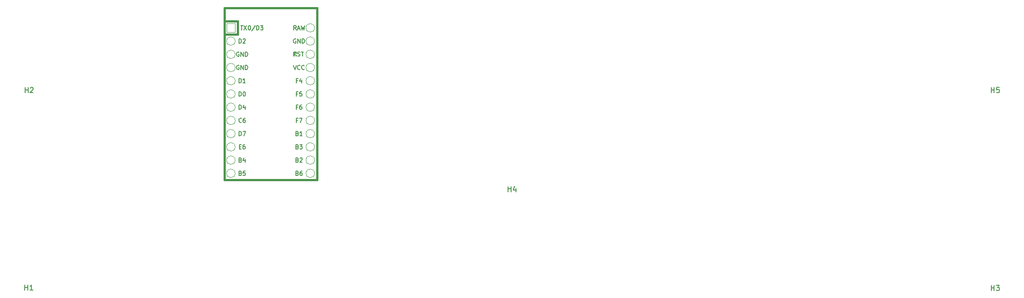
<source format=gbr>
G04 #@! TF.GenerationSoftware,KiCad,Pcbnew,5.1.9*
G04 #@! TF.CreationDate,2021-03-19T21:55:44-07:00*
G04 #@! TF.ProjectId,choc-40,63686f63-2d34-4302-9e6b-696361645f70,rev?*
G04 #@! TF.SameCoordinates,Original*
G04 #@! TF.FileFunction,Legend,Top*
G04 #@! TF.FilePolarity,Positive*
%FSLAX46Y46*%
G04 Gerber Fmt 4.6, Leading zero omitted, Abs format (unit mm)*
G04 Created by KiCad (PCBNEW 5.1.9) date 2021-03-19 21:55:44*
%MOMM*%
%LPD*%
G01*
G04 APERTURE LIST*
%ADD10C,0.381000*%
%ADD11C,0.150000*%
%ADD12C,0.100000*%
G04 APERTURE END LIST*
D10*
X102635500Y-59242000D02*
X100095500Y-59242000D01*
X100095500Y-56702000D02*
X100095500Y-59242000D01*
X117875500Y-56702000D02*
X100095500Y-56702000D01*
X117875500Y-59242000D02*
X117875500Y-56702000D01*
D11*
G36*
X113917068Y-65721360D02*
G01*
X113917068Y-65921360D01*
X113817068Y-65921360D01*
X113817068Y-65721360D01*
X113917068Y-65721360D01*
G37*
X113917068Y-65721360D02*
X113917068Y-65921360D01*
X113817068Y-65921360D01*
X113817068Y-65721360D01*
X113917068Y-65721360D01*
G36*
X113517068Y-65121360D02*
G01*
X113517068Y-65921360D01*
X113417068Y-65921360D01*
X113417068Y-65121360D01*
X113517068Y-65121360D01*
G37*
X113517068Y-65121360D02*
X113517068Y-65921360D01*
X113417068Y-65921360D01*
X113417068Y-65121360D01*
X113517068Y-65121360D01*
G36*
X113917068Y-65121360D02*
G01*
X113917068Y-65221360D01*
X113417068Y-65221360D01*
X113417068Y-65121360D01*
X113917068Y-65121360D01*
G37*
X113917068Y-65121360D02*
X113917068Y-65221360D01*
X113417068Y-65221360D01*
X113417068Y-65121360D01*
X113917068Y-65121360D01*
G36*
X113717068Y-65521360D02*
G01*
X113717068Y-65621360D01*
X113617068Y-65621360D01*
X113617068Y-65521360D01*
X113717068Y-65521360D01*
G37*
X113717068Y-65521360D02*
X113717068Y-65621360D01*
X113617068Y-65621360D01*
X113617068Y-65521360D01*
X113717068Y-65521360D01*
G36*
X113917068Y-65121360D02*
G01*
X113917068Y-65421360D01*
X113817068Y-65421360D01*
X113817068Y-65121360D01*
X113917068Y-65121360D01*
G37*
X113917068Y-65121360D02*
X113917068Y-65421360D01*
X113817068Y-65421360D01*
X113817068Y-65121360D01*
X113917068Y-65121360D01*
D10*
X102635500Y-61782000D02*
X100095500Y-61782000D01*
X102635500Y-59242000D02*
X102635500Y-61782000D01*
X117875500Y-89722000D02*
X117875500Y-59242000D01*
X100095500Y-89722000D02*
X117875500Y-89722000D01*
X100095500Y-59242000D02*
X100095500Y-89722000D01*
D12*
X117431800Y-60512000D02*
G75*
G03*
X117431800Y-60512000I-826300J0D01*
G01*
X102191800Y-88452000D02*
G75*
G03*
X102191800Y-88452000I-826300J0D01*
G01*
X117431800Y-63052000D02*
G75*
G03*
X117431800Y-63052000I-826300J0D01*
G01*
X117431800Y-65592000D02*
G75*
G03*
X117431800Y-65592000I-826300J0D01*
G01*
X117431800Y-68132000D02*
G75*
G03*
X117431800Y-68132000I-826300J0D01*
G01*
X117431800Y-70672000D02*
G75*
G03*
X117431800Y-70672000I-826300J0D01*
G01*
X117431800Y-73212000D02*
G75*
G03*
X117431800Y-73212000I-826300J0D01*
G01*
X117431800Y-75752000D02*
G75*
G03*
X117431800Y-75752000I-826300J0D01*
G01*
X117431800Y-78292000D02*
G75*
G03*
X117431800Y-78292000I-826300J0D01*
G01*
X117431800Y-80832000D02*
G75*
G03*
X117431800Y-80832000I-826300J0D01*
G01*
X117431800Y-83372000D02*
G75*
G03*
X117431800Y-83372000I-826300J0D01*
G01*
X117431800Y-85912000D02*
G75*
G03*
X117431800Y-85912000I-826300J0D01*
G01*
X117431800Y-88452000D02*
G75*
G03*
X117431800Y-88452000I-826300J0D01*
G01*
X102191800Y-85912000D02*
G75*
G03*
X102191800Y-85912000I-826300J0D01*
G01*
X102191800Y-83372000D02*
G75*
G03*
X102191800Y-83372000I-826300J0D01*
G01*
X102191800Y-80832000D02*
G75*
G03*
X102191800Y-80832000I-826300J0D01*
G01*
X102191800Y-78292000D02*
G75*
G03*
X102191800Y-78292000I-826300J0D01*
G01*
X102191800Y-75752000D02*
G75*
G03*
X102191800Y-75752000I-826300J0D01*
G01*
X102191800Y-73212000D02*
G75*
G03*
X102191800Y-73212000I-826300J0D01*
G01*
X102191800Y-70672000D02*
G75*
G03*
X102191800Y-70672000I-826300J0D01*
G01*
X102191800Y-68132000D02*
G75*
G03*
X102191800Y-68132000I-826300J0D01*
G01*
X102191800Y-65592000D02*
G75*
G03*
X102191800Y-65592000I-826300J0D01*
G01*
X102191800Y-63052000D02*
G75*
G03*
X102191800Y-63052000I-826300J0D01*
G01*
X100539200Y-59685700D02*
X100539200Y-61338300D01*
X102191800Y-61338300D01*
X102191800Y-59685700D01*
X100539200Y-59685700D01*
D11*
X247344095Y-72954380D02*
X247344095Y-71954380D01*
X247344095Y-72430571D02*
X247915523Y-72430571D01*
X247915523Y-72954380D02*
X247915523Y-71954380D01*
X248867904Y-71954380D02*
X248391714Y-71954380D01*
X248344095Y-72430571D01*
X248391714Y-72382952D01*
X248486952Y-72335333D01*
X248725047Y-72335333D01*
X248820285Y-72382952D01*
X248867904Y-72430571D01*
X248915523Y-72525809D01*
X248915523Y-72763904D01*
X248867904Y-72859142D01*
X248820285Y-72906761D01*
X248725047Y-72954380D01*
X248486952Y-72954380D01*
X248391714Y-72906761D01*
X248344095Y-72859142D01*
X154594095Y-91954380D02*
X154594095Y-90954380D01*
X154594095Y-91430571D02*
X155165523Y-91430571D01*
X155165523Y-91954380D02*
X155165523Y-90954380D01*
X156070285Y-91287714D02*
X156070285Y-91954380D01*
X155832190Y-90906761D02*
X155594095Y-91621047D01*
X156213142Y-91621047D01*
X247344095Y-110954380D02*
X247344095Y-109954380D01*
X247344095Y-110430571D02*
X247915523Y-110430571D01*
X247915523Y-110954380D02*
X247915523Y-109954380D01*
X248296476Y-109954380D02*
X248915523Y-109954380D01*
X248582190Y-110335333D01*
X248725047Y-110335333D01*
X248820285Y-110382952D01*
X248867904Y-110430571D01*
X248915523Y-110525809D01*
X248915523Y-110763904D01*
X248867904Y-110859142D01*
X248820285Y-110906761D01*
X248725047Y-110954380D01*
X248439333Y-110954380D01*
X248344095Y-110906761D01*
X248296476Y-110859142D01*
X61844095Y-72954380D02*
X61844095Y-71954380D01*
X61844095Y-72430571D02*
X62415523Y-72430571D01*
X62415523Y-72954380D02*
X62415523Y-71954380D01*
X62844095Y-72049619D02*
X62891714Y-72002000D01*
X62986952Y-71954380D01*
X63225047Y-71954380D01*
X63320285Y-72002000D01*
X63367904Y-72049619D01*
X63415523Y-72144857D01*
X63415523Y-72240095D01*
X63367904Y-72382952D01*
X62796476Y-72954380D01*
X63415523Y-72954380D01*
X61794095Y-110854380D02*
X61794095Y-109854380D01*
X61794095Y-110330571D02*
X62365523Y-110330571D01*
X62365523Y-110854380D02*
X62365523Y-109854380D01*
X63365523Y-110854380D02*
X62794095Y-110854380D01*
X63079809Y-110854380D02*
X63079809Y-109854380D01*
X62984571Y-109997238D01*
X62889333Y-110092476D01*
X62794095Y-110140095D01*
X103223151Y-60073904D02*
X103680294Y-60073904D01*
X103451723Y-60873904D02*
X103451723Y-60073904D01*
X103870770Y-60073904D02*
X104404104Y-60873904D01*
X104404104Y-60073904D02*
X103870770Y-60873904D01*
X104861247Y-60073904D02*
X104937437Y-60073904D01*
X105013628Y-60112000D01*
X105051723Y-60150095D01*
X105089818Y-60226285D01*
X105127913Y-60378666D01*
X105127913Y-60569142D01*
X105089818Y-60721523D01*
X105051723Y-60797714D01*
X105013628Y-60835809D01*
X104937437Y-60873904D01*
X104861247Y-60873904D01*
X104785056Y-60835809D01*
X104746961Y-60797714D01*
X104708866Y-60721523D01*
X104670770Y-60569142D01*
X104670770Y-60378666D01*
X104708866Y-60226285D01*
X104746961Y-60150095D01*
X104785056Y-60112000D01*
X104861247Y-60073904D01*
X106042199Y-60035809D02*
X105356485Y-61064380D01*
X106308866Y-60873904D02*
X106308866Y-60073904D01*
X106499342Y-60073904D01*
X106613628Y-60112000D01*
X106689818Y-60188190D01*
X106727913Y-60264380D01*
X106766008Y-60416761D01*
X106766008Y-60531047D01*
X106727913Y-60683428D01*
X106689818Y-60759619D01*
X106613628Y-60835809D01*
X106499342Y-60873904D01*
X106308866Y-60873904D01*
X107032675Y-60073904D02*
X107527913Y-60073904D01*
X107261247Y-60378666D01*
X107375532Y-60378666D01*
X107451723Y-60416761D01*
X107489818Y-60454857D01*
X107527913Y-60531047D01*
X107527913Y-60721523D01*
X107489818Y-60797714D01*
X107451723Y-60835809D01*
X107375532Y-60873904D01*
X107146961Y-60873904D01*
X107070770Y-60835809D01*
X107032675Y-60797714D01*
X102934023Y-63413904D02*
X102934023Y-62613904D01*
X103124500Y-62613904D01*
X103238785Y-62652000D01*
X103314976Y-62728190D01*
X103353071Y-62804380D01*
X103391166Y-62956761D01*
X103391166Y-63071047D01*
X103353071Y-63223428D01*
X103314976Y-63299619D01*
X103238785Y-63375809D01*
X103124500Y-63413904D01*
X102934023Y-63413904D01*
X103695928Y-62690095D02*
X103734023Y-62652000D01*
X103810214Y-62613904D01*
X104000690Y-62613904D01*
X104076880Y-62652000D01*
X104114976Y-62690095D01*
X104153071Y-62766285D01*
X104153071Y-62842476D01*
X104114976Y-62956761D01*
X103657833Y-63413904D01*
X104153071Y-63413904D01*
X102934023Y-73573904D02*
X102934023Y-72773904D01*
X103124500Y-72773904D01*
X103238785Y-72812000D01*
X103314976Y-72888190D01*
X103353071Y-72964380D01*
X103391166Y-73116761D01*
X103391166Y-73231047D01*
X103353071Y-73383428D01*
X103314976Y-73459619D01*
X103238785Y-73535809D01*
X103124500Y-73573904D01*
X102934023Y-73573904D01*
X103886404Y-72773904D02*
X103962595Y-72773904D01*
X104038785Y-72812000D01*
X104076880Y-72850095D01*
X104114976Y-72926285D01*
X104153071Y-73078666D01*
X104153071Y-73269142D01*
X104114976Y-73421523D01*
X104076880Y-73497714D01*
X104038785Y-73535809D01*
X103962595Y-73573904D01*
X103886404Y-73573904D01*
X103810214Y-73535809D01*
X103772119Y-73497714D01*
X103734023Y-73421523D01*
X103695928Y-73269142D01*
X103695928Y-73078666D01*
X103734023Y-72926285D01*
X103772119Y-72850095D01*
X103810214Y-72812000D01*
X103886404Y-72773904D01*
X102934023Y-71033904D02*
X102934023Y-70233904D01*
X103124500Y-70233904D01*
X103238785Y-70272000D01*
X103314976Y-70348190D01*
X103353071Y-70424380D01*
X103391166Y-70576761D01*
X103391166Y-70691047D01*
X103353071Y-70843428D01*
X103314976Y-70919619D01*
X103238785Y-70995809D01*
X103124500Y-71033904D01*
X102934023Y-71033904D01*
X104153071Y-71033904D02*
X103695928Y-71033904D01*
X103924500Y-71033904D02*
X103924500Y-70233904D01*
X103848309Y-70348190D01*
X103772119Y-70424380D01*
X103695928Y-70462476D01*
X102914976Y-67732000D02*
X102838785Y-67693904D01*
X102724500Y-67693904D01*
X102610214Y-67732000D01*
X102534023Y-67808190D01*
X102495928Y-67884380D01*
X102457833Y-68036761D01*
X102457833Y-68151047D01*
X102495928Y-68303428D01*
X102534023Y-68379619D01*
X102610214Y-68455809D01*
X102724500Y-68493904D01*
X102800690Y-68493904D01*
X102914976Y-68455809D01*
X102953071Y-68417714D01*
X102953071Y-68151047D01*
X102800690Y-68151047D01*
X103295928Y-68493904D02*
X103295928Y-67693904D01*
X103753071Y-68493904D01*
X103753071Y-67693904D01*
X104134023Y-68493904D02*
X104134023Y-67693904D01*
X104324500Y-67693904D01*
X104438785Y-67732000D01*
X104514976Y-67808190D01*
X104553071Y-67884380D01*
X104591166Y-68036761D01*
X104591166Y-68151047D01*
X104553071Y-68303428D01*
X104514976Y-68379619D01*
X104438785Y-68455809D01*
X104324500Y-68493904D01*
X104134023Y-68493904D01*
X102914976Y-65192000D02*
X102838785Y-65153904D01*
X102724500Y-65153904D01*
X102610214Y-65192000D01*
X102534023Y-65268190D01*
X102495928Y-65344380D01*
X102457833Y-65496761D01*
X102457833Y-65611047D01*
X102495928Y-65763428D01*
X102534023Y-65839619D01*
X102610214Y-65915809D01*
X102724500Y-65953904D01*
X102800690Y-65953904D01*
X102914976Y-65915809D01*
X102953071Y-65877714D01*
X102953071Y-65611047D01*
X102800690Y-65611047D01*
X103295928Y-65953904D02*
X103295928Y-65153904D01*
X103753071Y-65953904D01*
X103753071Y-65153904D01*
X104134023Y-65953904D02*
X104134023Y-65153904D01*
X104324500Y-65153904D01*
X104438785Y-65192000D01*
X104514976Y-65268190D01*
X104553071Y-65344380D01*
X104591166Y-65496761D01*
X104591166Y-65611047D01*
X104553071Y-65763428D01*
X104514976Y-65839619D01*
X104438785Y-65915809D01*
X104324500Y-65953904D01*
X104134023Y-65953904D01*
X102934023Y-76113904D02*
X102934023Y-75313904D01*
X103124500Y-75313904D01*
X103238785Y-75352000D01*
X103314976Y-75428190D01*
X103353071Y-75504380D01*
X103391166Y-75656761D01*
X103391166Y-75771047D01*
X103353071Y-75923428D01*
X103314976Y-75999619D01*
X103238785Y-76075809D01*
X103124500Y-76113904D01*
X102934023Y-76113904D01*
X104076880Y-75580571D02*
X104076880Y-76113904D01*
X103886404Y-75275809D02*
X103695928Y-75847238D01*
X104191166Y-75847238D01*
X103391166Y-78577714D02*
X103353071Y-78615809D01*
X103238785Y-78653904D01*
X103162595Y-78653904D01*
X103048309Y-78615809D01*
X102972119Y-78539619D01*
X102934023Y-78463428D01*
X102895928Y-78311047D01*
X102895928Y-78196761D01*
X102934023Y-78044380D01*
X102972119Y-77968190D01*
X103048309Y-77892000D01*
X103162595Y-77853904D01*
X103238785Y-77853904D01*
X103353071Y-77892000D01*
X103391166Y-77930095D01*
X104076880Y-77853904D02*
X103924500Y-77853904D01*
X103848309Y-77892000D01*
X103810214Y-77930095D01*
X103734023Y-78044380D01*
X103695928Y-78196761D01*
X103695928Y-78501523D01*
X103734023Y-78577714D01*
X103772119Y-78615809D01*
X103848309Y-78653904D01*
X104000690Y-78653904D01*
X104076880Y-78615809D01*
X104114976Y-78577714D01*
X104153071Y-78501523D01*
X104153071Y-78311047D01*
X104114976Y-78234857D01*
X104076880Y-78196761D01*
X104000690Y-78158666D01*
X103848309Y-78158666D01*
X103772119Y-78196761D01*
X103734023Y-78234857D01*
X103695928Y-78311047D01*
X102934023Y-81193904D02*
X102934023Y-80393904D01*
X103124500Y-80393904D01*
X103238785Y-80432000D01*
X103314976Y-80508190D01*
X103353071Y-80584380D01*
X103391166Y-80736761D01*
X103391166Y-80851047D01*
X103353071Y-81003428D01*
X103314976Y-81079619D01*
X103238785Y-81155809D01*
X103124500Y-81193904D01*
X102934023Y-81193904D01*
X103657833Y-80393904D02*
X104191166Y-80393904D01*
X103848309Y-81193904D01*
X102972119Y-83314857D02*
X103238785Y-83314857D01*
X103353071Y-83733904D02*
X102972119Y-83733904D01*
X102972119Y-82933904D01*
X103353071Y-82933904D01*
X104038785Y-82933904D02*
X103886404Y-82933904D01*
X103810214Y-82972000D01*
X103772119Y-83010095D01*
X103695928Y-83124380D01*
X103657833Y-83276761D01*
X103657833Y-83581523D01*
X103695928Y-83657714D01*
X103734023Y-83695809D01*
X103810214Y-83733904D01*
X103962595Y-83733904D01*
X104038785Y-83695809D01*
X104076880Y-83657714D01*
X104114976Y-83581523D01*
X104114976Y-83391047D01*
X104076880Y-83314857D01*
X104038785Y-83276761D01*
X103962595Y-83238666D01*
X103810214Y-83238666D01*
X103734023Y-83276761D01*
X103695928Y-83314857D01*
X103657833Y-83391047D01*
X103200690Y-85854857D02*
X103314976Y-85892952D01*
X103353071Y-85931047D01*
X103391166Y-86007238D01*
X103391166Y-86121523D01*
X103353071Y-86197714D01*
X103314976Y-86235809D01*
X103238785Y-86273904D01*
X102934023Y-86273904D01*
X102934023Y-85473904D01*
X103200690Y-85473904D01*
X103276880Y-85512000D01*
X103314976Y-85550095D01*
X103353071Y-85626285D01*
X103353071Y-85702476D01*
X103314976Y-85778666D01*
X103276880Y-85816761D01*
X103200690Y-85854857D01*
X102934023Y-85854857D01*
X104076880Y-85740571D02*
X104076880Y-86273904D01*
X103886404Y-85435809D02*
X103695928Y-86007238D01*
X104191166Y-86007238D01*
X103200690Y-88394857D02*
X103314976Y-88432952D01*
X103353071Y-88471047D01*
X103391166Y-88547238D01*
X103391166Y-88661523D01*
X103353071Y-88737714D01*
X103314976Y-88775809D01*
X103238785Y-88813904D01*
X102934023Y-88813904D01*
X102934023Y-88013904D01*
X103200690Y-88013904D01*
X103276880Y-88052000D01*
X103314976Y-88090095D01*
X103353071Y-88166285D01*
X103353071Y-88242476D01*
X103314976Y-88318666D01*
X103276880Y-88356761D01*
X103200690Y-88394857D01*
X102934023Y-88394857D01*
X104114976Y-88013904D02*
X103734023Y-88013904D01*
X103695928Y-88394857D01*
X103734023Y-88356761D01*
X103810214Y-88318666D01*
X104000690Y-88318666D01*
X104076880Y-88356761D01*
X104114976Y-88394857D01*
X104153071Y-88471047D01*
X104153071Y-88661523D01*
X104114976Y-88737714D01*
X104076880Y-88775809D01*
X104000690Y-88813904D01*
X103810214Y-88813904D01*
X103734023Y-88775809D01*
X103695928Y-88737714D01*
X114122690Y-88394857D02*
X114236976Y-88432952D01*
X114275071Y-88471047D01*
X114313166Y-88547238D01*
X114313166Y-88661523D01*
X114275071Y-88737714D01*
X114236976Y-88775809D01*
X114160785Y-88813904D01*
X113856023Y-88813904D01*
X113856023Y-88013904D01*
X114122690Y-88013904D01*
X114198880Y-88052000D01*
X114236976Y-88090095D01*
X114275071Y-88166285D01*
X114275071Y-88242476D01*
X114236976Y-88318666D01*
X114198880Y-88356761D01*
X114122690Y-88394857D01*
X113856023Y-88394857D01*
X114998880Y-88013904D02*
X114846500Y-88013904D01*
X114770309Y-88052000D01*
X114732214Y-88090095D01*
X114656023Y-88204380D01*
X114617928Y-88356761D01*
X114617928Y-88661523D01*
X114656023Y-88737714D01*
X114694119Y-88775809D01*
X114770309Y-88813904D01*
X114922690Y-88813904D01*
X114998880Y-88775809D01*
X115036976Y-88737714D01*
X115075071Y-88661523D01*
X115075071Y-88471047D01*
X115036976Y-88394857D01*
X114998880Y-88356761D01*
X114922690Y-88318666D01*
X114770309Y-88318666D01*
X114694119Y-88356761D01*
X114656023Y-88394857D01*
X114617928Y-88471047D01*
X114122690Y-83314857D02*
X114236976Y-83352952D01*
X114275071Y-83391047D01*
X114313166Y-83467238D01*
X114313166Y-83581523D01*
X114275071Y-83657714D01*
X114236976Y-83695809D01*
X114160785Y-83733904D01*
X113856023Y-83733904D01*
X113856023Y-82933904D01*
X114122690Y-82933904D01*
X114198880Y-82972000D01*
X114236976Y-83010095D01*
X114275071Y-83086285D01*
X114275071Y-83162476D01*
X114236976Y-83238666D01*
X114198880Y-83276761D01*
X114122690Y-83314857D01*
X113856023Y-83314857D01*
X114579833Y-82933904D02*
X115075071Y-82933904D01*
X114808404Y-83238666D01*
X114922690Y-83238666D01*
X114998880Y-83276761D01*
X115036976Y-83314857D01*
X115075071Y-83391047D01*
X115075071Y-83581523D01*
X115036976Y-83657714D01*
X114998880Y-83695809D01*
X114922690Y-83733904D01*
X114694119Y-83733904D01*
X114617928Y-83695809D01*
X114579833Y-83657714D01*
X114122690Y-80774857D02*
X114236976Y-80812952D01*
X114275071Y-80851047D01*
X114313166Y-80927238D01*
X114313166Y-81041523D01*
X114275071Y-81117714D01*
X114236976Y-81155809D01*
X114160785Y-81193904D01*
X113856023Y-81193904D01*
X113856023Y-80393904D01*
X114122690Y-80393904D01*
X114198880Y-80432000D01*
X114236976Y-80470095D01*
X114275071Y-80546285D01*
X114275071Y-80622476D01*
X114236976Y-80698666D01*
X114198880Y-80736761D01*
X114122690Y-80774857D01*
X113856023Y-80774857D01*
X115075071Y-81193904D02*
X114617928Y-81193904D01*
X114846500Y-81193904D02*
X114846500Y-80393904D01*
X114770309Y-80508190D01*
X114694119Y-80584380D01*
X114617928Y-80622476D01*
X114179833Y-70614857D02*
X113913166Y-70614857D01*
X113913166Y-71033904D02*
X113913166Y-70233904D01*
X114294119Y-70233904D01*
X114941738Y-70500571D02*
X114941738Y-71033904D01*
X114751261Y-70195809D02*
X114560785Y-70767238D01*
X115056023Y-70767238D01*
X113379833Y-67693904D02*
X113646500Y-68493904D01*
X113913166Y-67693904D01*
X114636976Y-68417714D02*
X114598880Y-68455809D01*
X114484595Y-68493904D01*
X114408404Y-68493904D01*
X114294119Y-68455809D01*
X114217928Y-68379619D01*
X114179833Y-68303428D01*
X114141738Y-68151047D01*
X114141738Y-68036761D01*
X114179833Y-67884380D01*
X114217928Y-67808190D01*
X114294119Y-67732000D01*
X114408404Y-67693904D01*
X114484595Y-67693904D01*
X114598880Y-67732000D01*
X114636976Y-67770095D01*
X115436976Y-68417714D02*
X115398880Y-68455809D01*
X115284595Y-68493904D01*
X115208404Y-68493904D01*
X115094119Y-68455809D01*
X115017928Y-68379619D01*
X114979833Y-68303428D01*
X114941738Y-68151047D01*
X114941738Y-68036761D01*
X114979833Y-67884380D01*
X115017928Y-67808190D01*
X115094119Y-67732000D01*
X115208404Y-67693904D01*
X115284595Y-67693904D01*
X115398880Y-67732000D01*
X115436976Y-67770095D01*
X114185286Y-65885809D02*
X114299572Y-65923904D01*
X114490048Y-65923904D01*
X114566239Y-65885809D01*
X114604334Y-65847714D01*
X114642429Y-65771523D01*
X114642429Y-65695333D01*
X114604334Y-65619142D01*
X114566239Y-65581047D01*
X114490048Y-65542952D01*
X114337667Y-65504857D01*
X114261477Y-65466761D01*
X114223381Y-65428666D01*
X114185286Y-65352476D01*
X114185286Y-65276285D01*
X114223381Y-65200095D01*
X114261477Y-65162000D01*
X114337667Y-65123904D01*
X114528143Y-65123904D01*
X114642429Y-65162000D01*
X114871000Y-65123904D02*
X115328143Y-65123904D01*
X115099572Y-65923904D02*
X115099572Y-65123904D01*
X113836976Y-62652000D02*
X113760785Y-62613904D01*
X113646500Y-62613904D01*
X113532214Y-62652000D01*
X113456023Y-62728190D01*
X113417928Y-62804380D01*
X113379833Y-62956761D01*
X113379833Y-63071047D01*
X113417928Y-63223428D01*
X113456023Y-63299619D01*
X113532214Y-63375809D01*
X113646500Y-63413904D01*
X113722690Y-63413904D01*
X113836976Y-63375809D01*
X113875071Y-63337714D01*
X113875071Y-63071047D01*
X113722690Y-63071047D01*
X114217928Y-63413904D02*
X114217928Y-62613904D01*
X114675071Y-63413904D01*
X114675071Y-62613904D01*
X115056023Y-63413904D02*
X115056023Y-62613904D01*
X115246500Y-62613904D01*
X115360785Y-62652000D01*
X115436976Y-62728190D01*
X115475071Y-62804380D01*
X115513166Y-62956761D01*
X115513166Y-63071047D01*
X115475071Y-63223428D01*
X115436976Y-63299619D01*
X115360785Y-63375809D01*
X115246500Y-63413904D01*
X115056023Y-63413904D01*
X113894119Y-60873904D02*
X113627452Y-60492952D01*
X113436976Y-60873904D02*
X113436976Y-60073904D01*
X113741738Y-60073904D01*
X113817928Y-60112000D01*
X113856023Y-60150095D01*
X113894119Y-60226285D01*
X113894119Y-60340571D01*
X113856023Y-60416761D01*
X113817928Y-60454857D01*
X113741738Y-60492952D01*
X113436976Y-60492952D01*
X114198880Y-60645333D02*
X114579833Y-60645333D01*
X114122690Y-60873904D02*
X114389357Y-60073904D01*
X114656023Y-60873904D01*
X114846500Y-60073904D02*
X115036976Y-60873904D01*
X115189357Y-60302476D01*
X115341738Y-60873904D01*
X115532214Y-60073904D01*
X114179833Y-73154857D02*
X113913166Y-73154857D01*
X113913166Y-73573904D02*
X113913166Y-72773904D01*
X114294119Y-72773904D01*
X114979833Y-72773904D02*
X114598880Y-72773904D01*
X114560785Y-73154857D01*
X114598880Y-73116761D01*
X114675071Y-73078666D01*
X114865547Y-73078666D01*
X114941738Y-73116761D01*
X114979833Y-73154857D01*
X115017928Y-73231047D01*
X115017928Y-73421523D01*
X114979833Y-73497714D01*
X114941738Y-73535809D01*
X114865547Y-73573904D01*
X114675071Y-73573904D01*
X114598880Y-73535809D01*
X114560785Y-73497714D01*
X114179833Y-75694857D02*
X113913166Y-75694857D01*
X113913166Y-76113904D02*
X113913166Y-75313904D01*
X114294119Y-75313904D01*
X114941738Y-75313904D02*
X114789357Y-75313904D01*
X114713166Y-75352000D01*
X114675071Y-75390095D01*
X114598880Y-75504380D01*
X114560785Y-75656761D01*
X114560785Y-75961523D01*
X114598880Y-76037714D01*
X114636976Y-76075809D01*
X114713166Y-76113904D01*
X114865547Y-76113904D01*
X114941738Y-76075809D01*
X114979833Y-76037714D01*
X115017928Y-75961523D01*
X115017928Y-75771047D01*
X114979833Y-75694857D01*
X114941738Y-75656761D01*
X114865547Y-75618666D01*
X114713166Y-75618666D01*
X114636976Y-75656761D01*
X114598880Y-75694857D01*
X114560785Y-75771047D01*
X114179833Y-78234857D02*
X113913166Y-78234857D01*
X113913166Y-78653904D02*
X113913166Y-77853904D01*
X114294119Y-77853904D01*
X114522690Y-77853904D02*
X115056023Y-77853904D01*
X114713166Y-78653904D01*
X114122690Y-85854857D02*
X114236976Y-85892952D01*
X114275071Y-85931047D01*
X114313166Y-86007238D01*
X114313166Y-86121523D01*
X114275071Y-86197714D01*
X114236976Y-86235809D01*
X114160785Y-86273904D01*
X113856023Y-86273904D01*
X113856023Y-85473904D01*
X114122690Y-85473904D01*
X114198880Y-85512000D01*
X114236976Y-85550095D01*
X114275071Y-85626285D01*
X114275071Y-85702476D01*
X114236976Y-85778666D01*
X114198880Y-85816761D01*
X114122690Y-85854857D01*
X113856023Y-85854857D01*
X114617928Y-85550095D02*
X114656023Y-85512000D01*
X114732214Y-85473904D01*
X114922690Y-85473904D01*
X114998880Y-85512000D01*
X115036976Y-85550095D01*
X115075071Y-85626285D01*
X115075071Y-85702476D01*
X115036976Y-85816761D01*
X114579833Y-86273904D01*
X115075071Y-86273904D01*
M02*

</source>
